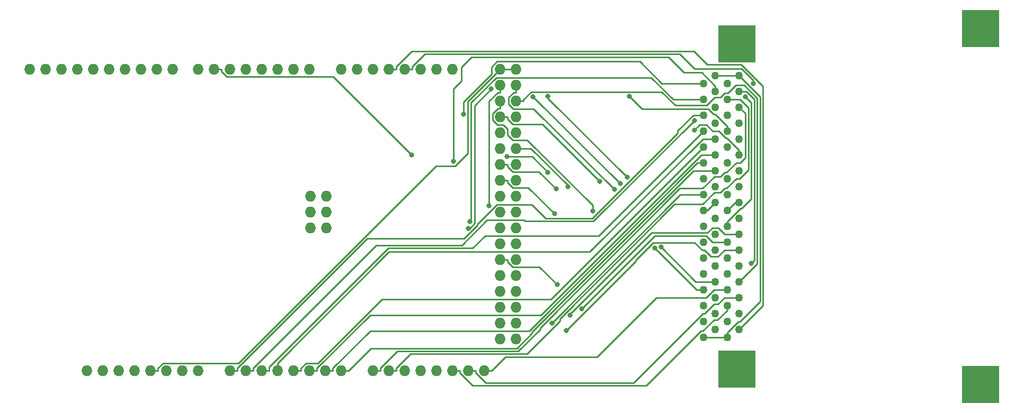
<source format=gbr>
G04 #@! TF.GenerationSoftware,KiCad,Pcbnew,5.1.6*
G04 #@! TF.CreationDate,2021-01-19T19:15:35+01:00*
G04 #@! TF.ProjectId,arduino-wirewrap,61726475-696e-46f2-9d77-697265777261,rev?*
G04 #@! TF.SameCoordinates,Original*
G04 #@! TF.FileFunction,Copper,L2,Bot*
G04 #@! TF.FilePolarity,Positive*
%FSLAX46Y46*%
G04 Gerber Fmt 4.6, Leading zero omitted, Abs format (unit mm)*
G04 Created by KiCad (PCBNEW 5.1.6) date 2021-01-19 19:15:35*
%MOMM*%
%LPD*%
G01*
G04 APERTURE LIST*
G04 #@! TA.AperFunction,ComponentPad*
%ADD10R,6.000000X6.000000*%
G04 #@! TD*
G04 #@! TA.AperFunction,ComponentPad*
%ADD11C,1.270000*%
G04 #@! TD*
G04 #@! TA.AperFunction,ComponentPad*
%ADD12O,1.727200X1.727200*%
G04 #@! TD*
G04 #@! TA.AperFunction,ViaPad*
%ADD13C,0.800000*%
G04 #@! TD*
G04 #@! TA.AperFunction,Conductor*
%ADD14C,0.250000*%
G04 #@! TD*
G04 APERTURE END LIST*
D10*
X214020000Y-62500000D03*
X214020000Y-119500000D03*
X175000000Y-64965000D03*
X175000000Y-117035000D03*
D11*
X175405000Y-70045000D03*
X173500000Y-71315000D03*
X175405000Y-72585000D03*
X173500000Y-73855000D03*
X175405000Y-75125000D03*
X173500000Y-76395000D03*
X175405000Y-77665000D03*
X173500000Y-78935000D03*
X175405000Y-80205000D03*
X173500000Y-81475000D03*
X175405000Y-82745000D03*
X173500000Y-84015000D03*
X175405000Y-85285000D03*
X173500000Y-86555000D03*
X175405000Y-87825000D03*
X173500000Y-89095000D03*
X175405000Y-90365000D03*
X173500000Y-91635000D03*
X175405000Y-92905000D03*
X173500000Y-94175000D03*
X175405000Y-95445000D03*
X173500000Y-96715000D03*
X175405000Y-97985000D03*
X173500000Y-99255000D03*
X175405000Y-100525000D03*
X173500000Y-101795000D03*
X175405000Y-103065000D03*
X173500000Y-104335000D03*
X175405000Y-105605000D03*
X173500000Y-106875000D03*
X175405000Y-108145000D03*
X173500000Y-109415000D03*
X175405000Y-110685000D03*
X173500000Y-111955000D03*
X171595000Y-70045000D03*
X169690000Y-71315000D03*
X171595000Y-72585000D03*
X169690000Y-73855000D03*
X171595000Y-75125000D03*
X169690000Y-76395000D03*
X171595000Y-77665000D03*
X169690000Y-78935000D03*
X171595000Y-80205000D03*
X169690000Y-81475000D03*
X171595000Y-82745000D03*
X169690000Y-84015000D03*
X171595000Y-85285000D03*
X169690000Y-86555000D03*
X171595000Y-87825000D03*
X169690000Y-89095000D03*
X171595000Y-90365000D03*
X169690000Y-91635000D03*
X171595000Y-92905000D03*
X169690000Y-94175000D03*
X171595000Y-95445000D03*
X169690000Y-96715000D03*
X171595000Y-97985000D03*
X169690000Y-99255000D03*
X171595000Y-100525000D03*
X169690000Y-101795000D03*
X171595000Y-103065000D03*
X169690000Y-104335000D03*
X171595000Y-105605000D03*
X169690000Y-106875000D03*
X171595000Y-108145000D03*
X169690000Y-109415000D03*
X171595000Y-110685000D03*
X169690000Y-111955000D03*
D12*
X106852000Y-89330000D03*
X139745000Y-112190000D03*
X137205000Y-112190000D03*
X139745000Y-109650000D03*
X137205000Y-109650000D03*
X139745000Y-107110000D03*
X137205000Y-107110000D03*
X139745000Y-104570000D03*
X137205000Y-104570000D03*
X139745000Y-102030000D03*
X137205000Y-102030000D03*
X139745000Y-99490000D03*
X137205000Y-99490000D03*
X139745000Y-96950000D03*
X137205000Y-96950000D03*
X139745000Y-94410000D03*
X137205000Y-94410000D03*
X139745000Y-91870000D03*
X137205000Y-91870000D03*
X139745000Y-89330000D03*
X137205000Y-89330000D03*
X139745000Y-86790000D03*
X137205000Y-86790000D03*
X139745000Y-84250000D03*
X137205000Y-84250000D03*
X139745000Y-81710000D03*
X137205000Y-81710000D03*
X139745000Y-79170000D03*
X137205000Y-79170000D03*
X139745000Y-76630000D03*
X137205000Y-76630000D03*
X139745000Y-74090000D03*
X137205000Y-74090000D03*
X139745000Y-71550000D03*
X137205000Y-71550000D03*
X139745000Y-69010000D03*
X137205000Y-69010000D03*
X134665000Y-117270000D03*
X132125000Y-117270000D03*
X129585000Y-117270000D03*
X127045000Y-117270000D03*
X124505000Y-117270000D03*
X121965000Y-117270000D03*
X119425000Y-117270000D03*
X116885000Y-117270000D03*
X111805000Y-117270000D03*
X109265000Y-117270000D03*
X106725000Y-117270000D03*
X104185000Y-117270000D03*
X101645000Y-117270000D03*
X99105000Y-117270000D03*
X96565000Y-117270000D03*
X71165000Y-117270000D03*
X77261000Y-69010000D03*
X74721000Y-69010000D03*
X72181000Y-69010000D03*
X67101000Y-69010000D03*
X64561000Y-69010000D03*
X62021000Y-69010000D03*
X79801000Y-69010000D03*
X82341000Y-69010000D03*
X84881000Y-69010000D03*
X69641000Y-69010000D03*
X88945000Y-69010000D03*
X91485000Y-69010000D03*
X94025000Y-69010000D03*
X96565000Y-69010000D03*
X99105000Y-69010000D03*
X101645000Y-69010000D03*
X104185000Y-69010000D03*
X106725000Y-69010000D03*
X111805000Y-69010000D03*
X114345000Y-69010000D03*
X116885000Y-69010000D03*
X119425000Y-69010000D03*
X121965000Y-69010000D03*
X124505000Y-69010000D03*
X127045000Y-69010000D03*
X129585000Y-69010000D03*
X73705000Y-117270000D03*
X76245000Y-117270000D03*
X78785000Y-117270000D03*
X81325000Y-117270000D03*
X83865000Y-117270000D03*
X86405000Y-117270000D03*
X88945000Y-117270000D03*
X94025000Y-117270000D03*
X109392000Y-89330000D03*
X106852000Y-91870000D03*
X109392000Y-91870000D03*
X109392000Y-94410000D03*
X106852000Y-94410000D03*
D13*
X135425700Y-90895700D03*
X157467500Y-86304700D03*
X144833200Y-73388200D03*
X131322400Y-76239000D03*
X153076500Y-86960900D03*
X155453800Y-88281200D03*
X161882800Y-97627700D03*
X151986300Y-91741500D03*
X144824500Y-85514900D03*
X138325700Y-83029100D03*
X176364500Y-73418800D03*
X148363600Y-108407500D03*
X150199000Y-107405100D03*
X147770600Y-110859300D03*
X145458400Y-109650000D03*
X147985800Y-87831600D03*
X146125600Y-88196200D03*
X145878900Y-92178500D03*
X162883200Y-97522900D03*
X177326800Y-100091900D03*
X157876600Y-73372000D03*
X168270100Y-78750300D03*
X156402400Y-87369800D03*
X142435600Y-73403000D03*
X177665100Y-71322000D03*
X123026100Y-82733100D03*
X129704600Y-83785000D03*
X132395000Y-93405600D03*
X135781100Y-72213200D03*
X132092800Y-94505400D03*
X168240500Y-77239400D03*
X146301200Y-103488200D03*
D14*
X173500000Y-111955000D02*
X173500000Y-111204900D01*
X173500000Y-111204900D02*
X175296700Y-109408200D01*
X175296700Y-109408200D02*
X175523900Y-109408200D01*
X175523900Y-109408200D02*
X178735900Y-106196200D01*
X178735900Y-106196200D02*
X178735900Y-73418500D01*
X178735900Y-73418500D02*
X175405000Y-70087600D01*
X175405000Y-70087600D02*
X175405000Y-70045000D01*
X169690000Y-111955000D02*
X173500000Y-111955000D01*
X175405000Y-70045000D02*
X171595000Y-70045000D01*
X137205000Y-72738900D02*
X136833500Y-72738900D01*
X136833500Y-72738900D02*
X135425700Y-74146700D01*
X135425700Y-74146700D02*
X135425700Y-90895700D01*
X137205000Y-71550000D02*
X137205000Y-72738900D01*
X82513900Y-117270000D02*
X82513900Y-116898400D01*
X82513900Y-116898400D02*
X83331200Y-116081100D01*
X83331200Y-116081100D02*
X95334800Y-116081100D01*
X95334800Y-116081100D02*
X126905600Y-84510300D01*
X126905600Y-84510300D02*
X130005100Y-84510300D01*
X130005100Y-84510300D02*
X132047900Y-82467500D01*
X132047900Y-82467500D02*
X132047900Y-74225400D01*
X132047900Y-74225400D02*
X137205000Y-69068300D01*
X137205000Y-69068300D02*
X137205000Y-69010000D01*
X144833200Y-73388200D02*
X144833200Y-73670400D01*
X144833200Y-73670400D02*
X157467500Y-86304700D01*
X81325000Y-117270000D02*
X82513900Y-117270000D01*
X137205000Y-69010000D02*
X138556100Y-69010000D01*
X139745000Y-69010000D02*
X138556100Y-69010000D01*
X169690000Y-91635000D02*
X170325000Y-91635000D01*
X170325000Y-91635000D02*
X171595000Y-90365000D01*
X173500000Y-91635000D02*
X174770000Y-90365000D01*
X174770000Y-90365000D02*
X175405000Y-90365000D01*
X175405000Y-103065000D02*
X178285600Y-100184400D01*
X178285600Y-100184400D02*
X178285600Y-73677000D01*
X178285600Y-73677000D02*
X176209400Y-71600800D01*
X176209400Y-71600800D02*
X174888900Y-71600800D01*
X174888900Y-71600800D02*
X173595100Y-72894600D01*
X173595100Y-72894600D02*
X173075300Y-72894600D01*
X173075300Y-72894600D02*
X172419400Y-73550500D01*
X172419400Y-73550500D02*
X171443100Y-73550500D01*
X171443100Y-73550500D02*
X170168000Y-74825600D01*
X170168000Y-74825600D02*
X165176900Y-74825600D01*
X165176900Y-74825600D02*
X162997200Y-72645900D01*
X162997200Y-72645900D02*
X142167000Y-72645900D01*
X142167000Y-72645900D02*
X140933900Y-73879000D01*
X140933900Y-73879000D02*
X140933900Y-74090000D01*
X139745000Y-74090000D02*
X140933900Y-74090000D01*
X169690000Y-71315000D02*
X163016900Y-71315000D01*
X163016900Y-71315000D02*
X159508000Y-67806100D01*
X159508000Y-67806100D02*
X136682700Y-67806100D01*
X136682700Y-67806100D02*
X135820700Y-68668100D01*
X135820700Y-68668100D02*
X135820700Y-69815700D01*
X135820700Y-69815700D02*
X131322400Y-74314000D01*
X131322400Y-74314000D02*
X131322400Y-76239000D01*
X138393900Y-76630000D02*
X138393900Y-77001600D01*
X138393900Y-77001600D02*
X139211200Y-77818900D01*
X139211200Y-77818900D02*
X143934500Y-77818900D01*
X143934500Y-77818900D02*
X153076500Y-86960900D01*
X137205000Y-76630000D02*
X138393900Y-76630000D01*
X139745000Y-72738900D02*
X139373500Y-72738900D01*
X139373500Y-72738900D02*
X138556000Y-73556400D01*
X138556000Y-73556400D02*
X138556000Y-74604300D01*
X138556000Y-74604300D02*
X139311700Y-75360000D01*
X139311700Y-75360000D02*
X142532600Y-75360000D01*
X142532600Y-75360000D02*
X155453800Y-88281200D01*
X139745000Y-71550000D02*
X139745000Y-72738900D01*
X137205000Y-75278900D02*
X136833500Y-75278900D01*
X136833500Y-75278900D02*
X135993500Y-76118900D01*
X135993500Y-76118900D02*
X135993500Y-77158800D01*
X135993500Y-77158800D02*
X136767400Y-77932700D01*
X136767400Y-77932700D02*
X137682400Y-77932700D01*
X137682400Y-77932700D02*
X138394000Y-78644300D01*
X138394000Y-78644300D02*
X138394000Y-79501400D01*
X138394000Y-79501400D02*
X139253700Y-80361100D01*
X139253700Y-80361100D02*
X141541100Y-80361100D01*
X141541100Y-80361100D02*
X151986300Y-90806300D01*
X151986300Y-90806300D02*
X151986300Y-91741500D01*
X169690000Y-104335000D02*
X168590100Y-104335000D01*
X168590100Y-104335000D02*
X161882800Y-97627700D01*
X137205000Y-74090000D02*
X137205000Y-75278900D01*
X144824500Y-85514900D02*
X142338700Y-83029100D01*
X142338700Y-83029100D02*
X138325700Y-83029100D01*
X173500000Y-94175000D02*
X173500000Y-93434900D01*
X173500000Y-93434900D02*
X175609500Y-91325400D01*
X175609500Y-91325400D02*
X175829800Y-91325400D01*
X175829800Y-91325400D02*
X177328900Y-89826300D01*
X177328900Y-89826300D02*
X177328900Y-74383200D01*
X177328900Y-74383200D02*
X176364500Y-73418800D01*
X148363600Y-108407500D02*
X148363600Y-108210300D01*
X148363600Y-108210300D02*
X161359600Y-95214300D01*
X161359600Y-95214300D02*
X170325500Y-95214300D01*
X170325500Y-95214300D02*
X171095000Y-94444800D01*
X171095000Y-94444800D02*
X172043400Y-94444800D01*
X172043400Y-94444800D02*
X173043600Y-95445000D01*
X173043600Y-95445000D02*
X175405000Y-95445000D01*
X150199000Y-107405100D02*
X161904400Y-95699700D01*
X161904400Y-95699700D02*
X170123300Y-95699700D01*
X170123300Y-95699700D02*
X171138600Y-96715000D01*
X171138600Y-96715000D02*
X173500000Y-96715000D01*
X147770600Y-110859300D02*
X158859500Y-99770400D01*
X158859500Y-99770400D02*
X158859500Y-99625100D01*
X158859500Y-99625100D02*
X161691400Y-96793200D01*
X161691400Y-96793200D02*
X168298000Y-96793200D01*
X168298000Y-96793200D02*
X169489800Y-97985000D01*
X169489800Y-97985000D02*
X169861300Y-97985000D01*
X169861300Y-97985000D02*
X170882100Y-99005800D01*
X170882100Y-99005800D02*
X172022800Y-99005800D01*
X172022800Y-99005800D02*
X173043600Y-97985000D01*
X173043600Y-97985000D02*
X175405000Y-97985000D01*
X145458400Y-109650000D02*
X166013400Y-89095000D01*
X166013400Y-89095000D02*
X169690000Y-89095000D01*
X147985800Y-87831600D02*
X147985800Y-87617600D01*
X147985800Y-87617600D02*
X142078200Y-81710000D01*
X142078200Y-81710000D02*
X139745000Y-81710000D01*
X137205000Y-84250000D02*
X138393900Y-84250000D01*
X138393900Y-84250000D02*
X138393900Y-84621600D01*
X138393900Y-84621600D02*
X139211200Y-85438900D01*
X139211200Y-85438900D02*
X143368300Y-85438900D01*
X143368300Y-85438900D02*
X146125600Y-88196200D01*
X145878900Y-92178500D02*
X141679300Y-87978900D01*
X141679300Y-87978900D02*
X139211200Y-87978900D01*
X139211200Y-87978900D02*
X138393900Y-87161600D01*
X138393900Y-87161600D02*
X138393900Y-86790000D01*
X137205000Y-86790000D02*
X138393900Y-86790000D01*
X171595000Y-103065000D02*
X168425300Y-103065000D01*
X168425300Y-103065000D02*
X162883200Y-97522900D01*
X177326800Y-100091900D02*
X177835200Y-99583500D01*
X177835200Y-99583500D02*
X177835200Y-73863500D01*
X177835200Y-73863500D02*
X176556700Y-72585000D01*
X176556700Y-72585000D02*
X175405000Y-72585000D01*
X120613900Y-117270000D02*
X120613900Y-116898500D01*
X120613900Y-116898500D02*
X122882500Y-114629900D01*
X122882500Y-114629900D02*
X141504400Y-114629900D01*
X141504400Y-114629900D02*
X146751700Y-109382600D01*
X146751700Y-109382600D02*
X146751700Y-108993600D01*
X146751700Y-108993600D02*
X165070700Y-90674600D01*
X165070700Y-90674600D02*
X169559000Y-90674600D01*
X169559000Y-90674600D02*
X171443100Y-88790500D01*
X171443100Y-88790500D02*
X172419400Y-88790500D01*
X172419400Y-88790500D02*
X173075300Y-88134600D01*
X173075300Y-88134600D02*
X173369000Y-88134600D01*
X173369000Y-88134600D02*
X174948600Y-86555000D01*
X174948600Y-86555000D02*
X175494300Y-86555000D01*
X175494300Y-86555000D02*
X176878500Y-85170800D01*
X176878500Y-85170800D02*
X176878500Y-75228900D01*
X176878500Y-75228900D02*
X175504600Y-73855000D01*
X175504600Y-73855000D02*
X173500000Y-73855000D01*
X119425000Y-117270000D02*
X120613900Y-117270000D01*
X116885000Y-117270000D02*
X118073900Y-117270000D01*
X118073900Y-117270000D02*
X118073900Y-116898500D01*
X118073900Y-116898500D02*
X120792900Y-114179500D01*
X120792900Y-114179500D02*
X140105100Y-114179500D01*
X140105100Y-114179500D02*
X143585600Y-110699000D01*
X143585600Y-110699000D02*
X143585600Y-110440700D01*
X143585600Y-110440700D02*
X165891700Y-88134600D01*
X165891700Y-88134600D02*
X169559000Y-88134600D01*
X169559000Y-88134600D02*
X171443100Y-86250500D01*
X171443100Y-86250500D02*
X172419400Y-86250500D01*
X172419400Y-86250500D02*
X173075300Y-85594600D01*
X173075300Y-85594600D02*
X173369000Y-85594600D01*
X173369000Y-85594600D02*
X174948600Y-84015000D01*
X174948600Y-84015000D02*
X175551800Y-84015000D01*
X175551800Y-84015000D02*
X176373300Y-83193500D01*
X176373300Y-83193500D02*
X176373300Y-76093300D01*
X176373300Y-76093300D02*
X175405000Y-75125000D01*
X173500000Y-78935000D02*
X173500000Y-78194900D01*
X173500000Y-78194900D02*
X171540700Y-76235600D01*
X171540700Y-76235600D02*
X171320400Y-76235600D01*
X171320400Y-76235600D02*
X170440100Y-75355300D01*
X170440100Y-75355300D02*
X159859900Y-75355300D01*
X159859900Y-75355300D02*
X157876600Y-73372000D01*
X168270100Y-78750300D02*
X169051300Y-77969100D01*
X169051300Y-77969100D02*
X170172700Y-77969100D01*
X170172700Y-77969100D02*
X171138600Y-78935000D01*
X171138600Y-78935000D02*
X172114800Y-78935000D01*
X172114800Y-78935000D02*
X173225400Y-80045600D01*
X173225400Y-80045600D02*
X173445700Y-80045600D01*
X173445700Y-80045600D02*
X175405000Y-82004900D01*
X175405000Y-82004900D02*
X175405000Y-82745000D01*
X142435600Y-73403000D02*
X156402400Y-87369800D01*
X121965000Y-69010000D02*
X123153900Y-69010000D01*
X123153900Y-69010000D02*
X123153900Y-68638500D01*
X123153900Y-68638500D02*
X125174900Y-66617500D01*
X125174900Y-66617500D02*
X165897700Y-66617500D01*
X165897700Y-66617500D02*
X168260900Y-68980700D01*
X168260900Y-68980700D02*
X175797500Y-68980700D01*
X175797500Y-68980700D02*
X177665100Y-70848300D01*
X177665100Y-70848300D02*
X177665100Y-71322000D01*
X92673900Y-69010000D02*
X92673900Y-69381600D01*
X92673900Y-69381600D02*
X93491200Y-70198900D01*
X93491200Y-70198900D02*
X110491900Y-70198900D01*
X110491900Y-70198900D02*
X123026100Y-82733100D01*
X91485000Y-69010000D02*
X92673900Y-69010000D01*
X135853900Y-117270000D02*
X138043600Y-115080300D01*
X138043600Y-115080300D02*
X152662200Y-115080300D01*
X152662200Y-115080300D02*
X162137500Y-105605000D01*
X162137500Y-105605000D02*
X170146500Y-105605000D01*
X170146500Y-105605000D02*
X171416500Y-104335000D01*
X171416500Y-104335000D02*
X173500000Y-104335000D01*
X134665000Y-117270000D02*
X135853900Y-117270000D01*
X132125000Y-117270000D02*
X133313900Y-117270000D01*
X133313900Y-117270000D02*
X133313900Y-117641500D01*
X133313900Y-117641500D02*
X134880100Y-119207700D01*
X134880100Y-119207700D02*
X158487600Y-119207700D01*
X158487600Y-119207700D02*
X169571100Y-108124200D01*
X169571100Y-108124200D02*
X169889400Y-108124200D01*
X169889400Y-108124200D02*
X171363700Y-106649900D01*
X171363700Y-106649900D02*
X171998700Y-106649900D01*
X171998700Y-106649900D02*
X173043600Y-105605000D01*
X173043600Y-105605000D02*
X175405000Y-105605000D01*
X129585000Y-117270000D02*
X130773900Y-117270000D01*
X130773900Y-117270000D02*
X130773900Y-117641500D01*
X130773900Y-117641500D02*
X132804000Y-119671600D01*
X132804000Y-119671600D02*
X160588300Y-119671600D01*
X160588300Y-119671600D02*
X169265300Y-110994600D01*
X169265300Y-110994600D02*
X169559000Y-110994600D01*
X169559000Y-110994600D02*
X171363700Y-109189900D01*
X171363700Y-109189900D02*
X171919300Y-109189900D01*
X171919300Y-109189900D02*
X173500000Y-107609200D01*
X173500000Y-107609200D02*
X173500000Y-106875000D01*
X129704600Y-83785000D02*
X129704600Y-72170900D01*
X129704600Y-72170900D02*
X130969300Y-70906200D01*
X130969300Y-70906200D02*
X130969300Y-68709000D01*
X130969300Y-68709000D02*
X132610400Y-67067900D01*
X132610400Y-67067900D02*
X164081600Y-67067900D01*
X164081600Y-67067900D02*
X166595000Y-69581300D01*
X166595000Y-69581300D02*
X169404900Y-69581300D01*
X169404900Y-69581300D02*
X171595000Y-71771400D01*
X171595000Y-71771400D02*
X171595000Y-72585000D01*
X132395000Y-93405600D02*
X132498300Y-93302300D01*
X132498300Y-93302300D02*
X132498300Y-74411900D01*
X132498300Y-74411900D02*
X136551400Y-70358800D01*
X136551400Y-70358800D02*
X161347000Y-70358800D01*
X161347000Y-70358800D02*
X164843200Y-73855000D01*
X164843200Y-73855000D02*
X169690000Y-73855000D01*
X132092800Y-94505400D02*
X132321000Y-94505400D01*
X132321000Y-94505400D02*
X133120300Y-93706100D01*
X133120300Y-93706100D02*
X133120300Y-74874000D01*
X133120300Y-74874000D02*
X135781100Y-72213200D01*
X169690000Y-76395000D02*
X168047500Y-76395000D01*
X168047500Y-76395000D02*
X165537200Y-78905300D01*
X165537200Y-78905300D02*
X165537200Y-79260900D01*
X165537200Y-79260900D02*
X151894100Y-92904000D01*
X151894100Y-92904000D02*
X144504800Y-92904000D01*
X144504800Y-92904000D02*
X142277800Y-90677000D01*
X142277800Y-90677000D02*
X136704200Y-90677000D01*
X136704200Y-90677000D02*
X133570600Y-93810600D01*
X133570600Y-93810600D02*
X133570600Y-94053700D01*
X133570600Y-94053700D02*
X131457700Y-96166600D01*
X131457700Y-96166600D02*
X115945700Y-96166600D01*
X115945700Y-96166600D02*
X95213900Y-116898400D01*
X95213900Y-116898400D02*
X95213900Y-117270000D01*
X94025000Y-117270000D02*
X95213900Y-117270000D01*
X168240500Y-77239400D02*
X152112400Y-93367500D01*
X152112400Y-93367500D02*
X141161500Y-93367500D01*
X141161500Y-93367500D02*
X141004000Y-93210000D01*
X141004000Y-93210000D02*
X135079700Y-93210000D01*
X135079700Y-93210000D02*
X131052400Y-97237300D01*
X131052400Y-97237300D02*
X117414400Y-97237300D01*
X117414400Y-97237300D02*
X97753900Y-116897800D01*
X97753900Y-116897800D02*
X97753900Y-117270000D01*
X96565000Y-117270000D02*
X97753900Y-117270000D01*
X99105000Y-117270000D02*
X100293900Y-117270000D01*
X100293900Y-117270000D02*
X100293900Y-116749900D01*
X100293900Y-116749900D02*
X119355400Y-97688400D01*
X119355400Y-97688400D02*
X132786400Y-97688400D01*
X132786400Y-97688400D02*
X134794800Y-95680000D01*
X134794800Y-95680000D02*
X152945000Y-95680000D01*
X152945000Y-95680000D02*
X169690000Y-78935000D01*
X101645000Y-116081100D02*
X119442500Y-98283600D01*
X119442500Y-98283600D02*
X151492300Y-98283600D01*
X151492300Y-98283600D02*
X169570900Y-80205000D01*
X169570900Y-80205000D02*
X171595000Y-80205000D01*
X101645000Y-117270000D02*
X101645000Y-116081100D01*
X169690000Y-81475000D02*
X145293600Y-105871400D01*
X145293600Y-105871400D02*
X118306500Y-105871400D01*
X118306500Y-105871400D02*
X108096800Y-116081100D01*
X108096800Y-116081100D02*
X106191200Y-116081100D01*
X106191200Y-116081100D02*
X105373900Y-116898400D01*
X105373900Y-116898400D02*
X105373900Y-117270000D01*
X104185000Y-117270000D02*
X105373900Y-117270000D01*
X171595000Y-82745000D02*
X169344100Y-82745000D01*
X169344100Y-82745000D02*
X143709100Y-108380000D01*
X143709100Y-108380000D02*
X116434800Y-108380000D01*
X116434800Y-108380000D02*
X107913900Y-116900900D01*
X107913900Y-116900900D02*
X107913900Y-117270000D01*
X106725000Y-117270000D02*
X107913900Y-117270000D01*
X109265000Y-117270000D02*
X110453900Y-117270000D01*
X110453900Y-117270000D02*
X110453900Y-116898500D01*
X110453900Y-116898500D02*
X116432400Y-110920000D01*
X116432400Y-110920000D02*
X141806000Y-110920000D01*
X141806000Y-110920000D02*
X168711000Y-84015000D01*
X168711000Y-84015000D02*
X169690000Y-84015000D01*
X112993900Y-117270000D02*
X116550600Y-113713300D01*
X116550600Y-113713300D02*
X139903200Y-113713300D01*
X139903200Y-113713300D02*
X142306400Y-111310100D01*
X142306400Y-111310100D02*
X142306400Y-111083000D01*
X142306400Y-111083000D02*
X168104300Y-85285100D01*
X168104300Y-85285100D02*
X171595000Y-85285100D01*
X171595000Y-85285100D02*
X171595000Y-85285000D01*
X111805000Y-117270000D02*
X112993900Y-117270000D01*
X138393900Y-99490000D02*
X138393900Y-99861600D01*
X138393900Y-99861600D02*
X139211200Y-100678900D01*
X139211200Y-100678900D02*
X143491900Y-100678900D01*
X143491900Y-100678900D02*
X146301200Y-103488200D01*
X137205000Y-99490000D02*
X138393900Y-99490000D01*
X175405000Y-110685000D02*
X179220700Y-106869300D01*
X179220700Y-106869300D02*
X179220700Y-71767000D01*
X179220700Y-71767000D02*
X175744100Y-68290400D01*
X175744100Y-68290400D02*
X170287700Y-68290400D01*
X170287700Y-68290400D02*
X168164400Y-66167100D01*
X168164400Y-66167100D02*
X123085300Y-66167100D01*
X123085300Y-66167100D02*
X120613900Y-68638500D01*
X120613900Y-68638500D02*
X120613900Y-69010000D01*
X119425000Y-69010000D02*
X120613900Y-69010000D01*
M02*

</source>
